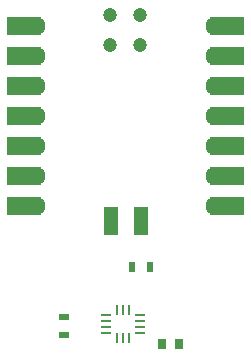
<source format=gts>
G04 #@! TF.GenerationSoftware,KiCad,Pcbnew,9.0.1*
G04 #@! TF.CreationDate,2025-04-26T15:09:06-04:00*
G04 #@! TF.ProjectId,hello.LSM6DSV.RP2040,68656c6c-6f2e-44c5-934d-364453562e52,rev?*
G04 #@! TF.SameCoordinates,Original*
G04 #@! TF.FileFunction,Soldermask,Top*
G04 #@! TF.FilePolarity,Negative*
%FSLAX46Y46*%
G04 Gerber Fmt 4.6, Leading zero omitted, Abs format (unit mm)*
G04 Created by KiCad (PCBNEW 9.0.1) date 2025-04-26 15:09:06*
%MOMM*%
%LPD*%
G01*
G04 APERTURE LIST*
%ADD10C,1.600000*%
%ADD11R,3.000000X1.600000*%
%ADD12R,1.200000X2.400000*%
%ADD13C,1.200000*%
%ADD14R,0.889000X0.609600*%
%ADD15R,0.609600X0.889000*%
%ADD16R,0.838200X0.254000*%
%ADD17R,0.254000X0.838200*%
%ADD18R,0.730000X0.940000*%
G04 APERTURE END LIST*
D10*
G04 #@! TO.C,M1*
X132985000Y-64780000D03*
D11*
X131985000Y-64780000D03*
D10*
X132985000Y-67320000D03*
D11*
X131985000Y-67320000D03*
D10*
X132985000Y-69860000D03*
D11*
X131985000Y-69860000D03*
D10*
X132985000Y-72400000D03*
D11*
X131985000Y-72400000D03*
D10*
X132985000Y-74940000D03*
D11*
X131985000Y-74940000D03*
D10*
X132985000Y-77480000D03*
D11*
X131985000Y-77480000D03*
D10*
X132985000Y-80020000D03*
D11*
X131985000Y-80020000D03*
D10*
X148220000Y-80020000D03*
D11*
X149220000Y-80020000D03*
D10*
X148220000Y-77480000D03*
D11*
X149220000Y-77480000D03*
D10*
X148220000Y-74940000D03*
D11*
X149220000Y-74940000D03*
D10*
X148220000Y-72400000D03*
D11*
X149220000Y-72400000D03*
D10*
X148220000Y-69860000D03*
D11*
X149220000Y-69860000D03*
D10*
X148220000Y-67320000D03*
D11*
X149220000Y-67320000D03*
D10*
X148220000Y-64780000D03*
D11*
X149220000Y-64780000D03*
D12*
X141875000Y-81290000D03*
X139335000Y-81290000D03*
D13*
X139330000Y-63900000D03*
X139330000Y-66440000D03*
X141870000Y-66440000D03*
X141870000Y-63900000D03*
G04 #@! TD*
D14*
G04 #@! TO.C,R1*
X135370000Y-89451400D03*
X135370000Y-90950000D03*
G04 #@! TD*
D15*
G04 #@! TO.C,R2*
X141190700Y-85220000D03*
X142689300Y-85220000D03*
G04 #@! TD*
D16*
G04 #@! TO.C,U1*
X138934900Y-89299999D03*
X138934900Y-89800000D03*
X138934900Y-90300000D03*
X138934900Y-90800001D03*
D17*
X139870001Y-91231100D03*
X140370000Y-91231100D03*
X140869999Y-91231100D03*
D16*
X141805100Y-90800001D03*
X141805100Y-90300000D03*
X141805100Y-89800000D03*
X141805100Y-89299999D03*
D17*
X140869999Y-88868900D03*
X140370000Y-88868900D03*
X139870001Y-88868900D03*
G04 #@! TD*
D18*
G04 #@! TO.C,C1*
X143730000Y-91710000D03*
X145150000Y-91710000D03*
G04 #@! TD*
M02*

</source>
